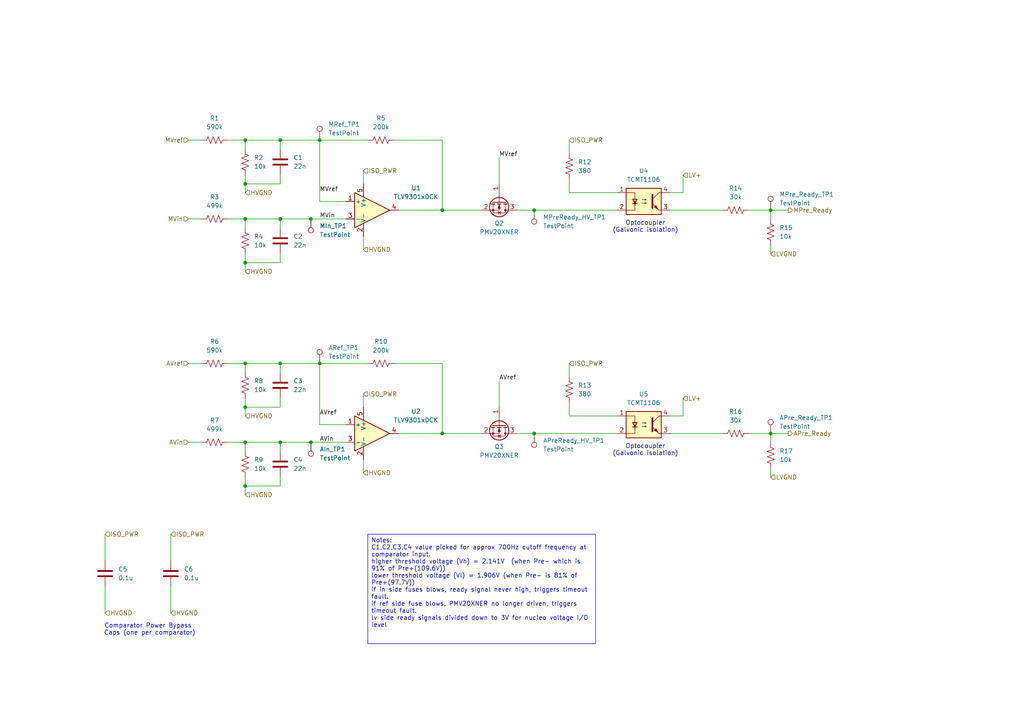
<source format=kicad_sch>
(kicad_sch (version 20250114) (generator "eeschema") (generator_version "9.0")
  (paper "A4")
  (lib_symbols
    (symbol "Amplifier_Operational:TLV9301xDCK" (pin_names (offset 0.127))
      (property "Reference" "U" (at 7.62 2.54 0))
      (property "Value" "TLV9301xDCK" (at 11.43 -2.54 0))
      (symbol "TLV9301xDCK_0_1"
        (polyline (pts (xy -2.54 5.08) (xy -2.54 -5.08) (xy 7.62 0) (xy -2.54 5.08)) (stroke (width 0.254)) (fill (type background)))
      )
      (symbol "TLV9301xDCK_1_1"
        (pin input line (at -5.08 2.54 0) (length 2.54) (name "+") (number "1"))
        (pin input line (at -5.08 -2.54 0) (length 2.54) (name "-") (number "3"))
        (pin power_in line (at 0 7.62 270) (length 3.81) (name "V+") (number "5"))
        (pin power_in line (at 0 -7.62 90) (length 3.81) (name "V-") (number "2"))
        (pin output line (at 10.16 0 180) (length 2.54) (name "~") (number "4"))
      )
    )
    (symbol "Connector:TestPoint" (pin_numbers (hide yes)) (pin_names (offset 0.762) (hide yes))
      (property "Reference" "TP" (at 0 6.858 0))
      (property "Value" "TestPoint" (at 0 5.08 0))
      (symbol "TestPoint_0_1"
        (circle (center 0 3.302) (radius 0.762))
      )
      (symbol "TestPoint_1_1"
        (pin passive line (at 0 0 90) (length 2.54) (name "1") (number "1"))
      )
    )
    (symbol "Device:C" (pin_numbers (hide yes)) (pin_names (offset 0.254))
      (property "Reference" "C" (at 0.635 2.54 0))
      (property "Value" "C" (at 0.635 -2.54 0))
      (symbol "C_0_1"
        (polyline (pts (xy -2.032 0.762) (xy 2.032 0.762)) (stroke (width 0.508)))
        (polyline (pts (xy -2.032 -0.762) (xy 2.032 -0.762)) (stroke (width 0.508)))
      )
      (symbol "C_1_1"
        (pin passive line (at 0 3.81 270) (length 2.794) (name "~") (number "1"))
        (pin passive line (at 0 -3.81 90) (length 2.794) (name "~") (number "2"))
      )
    )
    (symbol "Device:R_US" (pin_numbers (hide yes)) (pin_names (offset 0))
      (property "Reference" "R" (at 2.54 0 90))
      (property "Value" "R_US" (at -2.54 0 90))
      (symbol "R_US_0_1"
        (polyline (pts (xy 0 2.286) (xy 0 2.54)))
        (polyline (pts (xy 0 2.286) (xy 1.016 1.905) (xy 0 1.524) (xy -1.016 1.143) (xy 0 0.762)))
        (polyline (pts (xy 0 0.762) (xy 1.016 0.381) (xy 0 0) (xy -1.016 -0.381) (xy 0 -0.762)))
        (polyline (pts (xy 0 -0.762) (xy 1.016 -1.143) (xy 0 -1.524) (xy -1.016 -1.905) (xy 0 -2.286)))
        (polyline (pts (xy 0 -2.286) (xy 0 -2.54)))
      )
      (symbol "R_US_1_1"
        (pin passive line (at 0 3.81 270) (length 1.27) (name "~") (number "1"))
        (pin passive line (at 0 -3.81 90) (length 1.27) (name "~") (number "2"))
      )
    )
    (symbol "Isolator:TCMT1106" (pin_names (offset 1.016))
      (property "Reference" "U" (at 0 5.08 0))
      (property "Value" "TCMT1106" (at 0 -5.08 0))
      (symbol "TCMT1106_1_1"
        (rectangle (start -5.08 3.81) (end 5.08 -3.81) (stroke (width 0.254)) (fill (type background)))
        (polyline (pts (xy -5.08 2.54) (xy -2.54 2.54) (xy -2.54 -1.27) (xy -2.54 0.635)))
        (polyline (pts (xy -3.175 -0.635) (xy -1.905 -0.635)) (stroke (width 0.254)))
        (polyline (pts (xy -2.54 -0.635) (xy -2.54 -2.54) (xy -5.08 -2.54)))
        (polyline (pts (xy -2.54 -0.635) (xy -3.175 0.635) (xy -1.905 0.635) (xy -2.54 -0.635)) (stroke (width 0.254)))
        (polyline (pts (xy -0.508 0.508) (xy 0.762 0.508) (xy 0.381 0.381) (xy 0.381 0.635) (xy 0.762 0.508)))
        (polyline (pts (xy -0.508 -0.508) (xy 0.762 -0.508) (xy 0.381 -0.635) (xy 0.381 -0.381) (xy 0.762 -0.508)))
        (polyline (pts (xy 2.54 1.905) (xy 2.54 -1.905) (xy 2.54 -1.905)) (stroke (width 0.508)))
        (polyline (pts (xy 2.54 0.635) (xy 4.445 2.54)))
        (polyline (pts (xy 3.048 -1.651) (xy 3.556 -1.143) (xy 4.064 -2.159) (xy 3.048 -1.651) (xy 3.048 -1.651)) (fill (type outline)))
        (polyline (pts (xy 4.445 2.54) (xy 5.08 2.54)))
        (polyline (pts (xy 4.445 -2.54) (xy 2.54 -0.635)) (fill (type outline)))
        (polyline (pts (xy 4.445 -2.54) (xy 5.08 -2.54)))
        (pin passive line (at -7.62 2.54 0) (length 2.54) (name "~") (number "1"))
        (pin passive line (at -7.62 -2.54 0) (length 2.54) (name "~") (number "2"))
        (pin passive line (at 7.62 2.54 180) (length 2.54) (name "~") (number "4"))
        (pin passive line (at 7.62 -2.54 180) (length 2.54) (name "~") (number "3"))
      )
    )
    (symbol "Transistor_FET:IRLML0030" (pin_names (hide yes))
      (property "Reference" "Q" (at 5.08 1.905 0))
      (property "Value" "IRLML0030" (at 5.08 0 0))
      (symbol "IRLML0030_0_1"
        (polyline (pts (xy 0.254 1.905) (xy 0.254 -1.905)) (stroke (width 0.254)))
        (polyline (pts (xy 0.254 0) (xy -2.54 0)))
        (polyline (pts (xy 0.762 2.286) (xy 0.762 1.27)) (stroke (width 0.254)))
        (polyline (pts (xy 0.762 0.508) (xy 0.762 -0.508)) (stroke (width 0.254)))
        (polyline (pts (xy 0.762 -1.27) (xy 0.762 -2.286)) (stroke (width 0.254)))
        (polyline (pts (xy 0.762 -1.778) (xy 3.302 -1.778) (xy 3.302 1.778) (xy 0.762 1.778)))
        (polyline (pts (xy 1.016 0) (xy 2.032 0.381) (xy 2.032 -0.381) (xy 1.016 0)) (fill (type outline)))
        (circle (center 1.651 0) (radius 2.794) (stroke (width 0.254)))
        (polyline (pts (xy 2.54 2.54) (xy 2.54 1.778)))
        (circle (center 2.54 1.778) (radius 0.254) (fill (type outline)))
        (circle (center 2.54 -1.778) (radius 0.254) (fill (type outline)))
        (polyline (pts (xy 2.54 -2.54) (xy 2.54 0) (xy 0.762 0)))
        (polyline (pts (xy 2.794 0.508) (xy 2.921 0.381) (xy 3.683 0.381) (xy 3.81 0.254)))
        (polyline (pts (xy 3.302 0.381) (xy 2.921 -0.254) (xy 3.683 -0.254) (xy 3.302 0.381)))
      )
      (symbol "IRLML0030_1_1"
        (pin input line (at -5.08 0 0) (length 2.54) (name "G") (number "1"))
        (pin passive line (at 2.54 5.08 270) (length 2.54) (name "D") (number "3"))
        (pin passive line (at 2.54 -5.08 90) (length 2.54) (name "S") (number "2"))
      )
    )
  )
  (text "Optocoupler\n(Galvonic isolation)" (at 187.198 130.556 0) (effects (font (size 1.27 1.27))))
  (text "Comparator Power Bypass \nCaps (one per comparator)" (at 43.434 182.626 0) (effects (font (size 1.27 1.27))))
  (text "Optocoupler\n(Galvonic isolation)" (at 187.198 65.786 0) (effects (font (size 1.27 1.27))))
  (text_box "Notes:\nC1,C2,C3,C4 value picked for approx 700Hz cutoff frequency at comparator input.\nhigher threshold voltage (Vh) = 2.141V  (when Pre- which is 91% of Pre+(109.6V))\nlower threshold voltage (Vl) = 1.906V (when Pre- is 81% of Pre+(97.7V))\nif in side fuses blows, ready signal never high, triggers timeout fault.\nif ref side fuse blows, PMV20XNER no longer driven, triggers timeout fault.\nlv side ready signals divided down to 3V for nucleo voltage I/O level" (at 106.68 154.94 0) (size 66.04 31.75) (margins 0.9525 0.9525 0.9525 0.9525) (effects (font (size 1.27 1.27)) (justify left top)))
  (junction (at 81.28 63.5))
  (junction (at 71.12 76.2))
  (junction (at 128.27 125.73))
  (junction (at 71.12 105.41))
  (junction (at 71.12 128.27))
  (junction (at 71.12 53.34))
  (junction (at 90.17 63.5))
  (junction (at 71.12 63.5))
  (junction (at 154.94 60.96))
  (junction (at 81.28 40.64))
  (junction (at 92.71 105.41))
  (junction (at 81.28 128.27))
  (junction (at 223.52 125.73))
  (junction (at 81.28 105.41))
  (junction (at 90.17 128.27))
  (junction (at 71.12 40.64))
  (junction (at 154.94 125.73))
  (junction (at 71.12 140.97))
  (junction (at 71.12 118.11))
  (junction (at 128.27 60.96))
  (junction (at 223.52 60.96))
  (junction (at 92.71 40.64))
  (wire (pts (xy 54.61 63.5) (xy 58.42 63.5)))
  (wire (pts (xy 194.31 120.65) (xy 198.12 120.65)))
  (wire (pts (xy 165.1 120.65) (xy 165.1 116.84)))
  (wire (pts (xy 81.28 115.57) (xy 81.28 118.11)))
  (wire (pts (xy 81.28 118.11) (xy 71.12 118.11)))
  (wire (pts (xy 92.71 105.41) (xy 81.28 105.41)))
  (wire (pts (xy 81.28 138.43) (xy 81.28 140.97)))
  (wire (pts (xy 165.1 105.41) (xy 165.1 109.22)))
  (wire (pts (xy 71.12 140.97) (xy 71.12 143.51)))
  (wire (pts (xy 66.04 128.27) (xy 71.12 128.27)))
  (wire (pts (xy 71.12 50.8) (xy 71.12 53.34)))
  (wire (pts (xy 71.12 105.41) (xy 71.12 107.95)))
  (wire (pts (xy 128.27 105.41) (xy 114.3 105.41)))
  (wire (pts (xy 71.12 40.64) (xy 71.12 43.18)))
  (wire (pts (xy 115.57 125.73) (xy 128.27 125.73)))
  (wire (pts (xy 144.78 45.72) (xy 144.78 53.34)))
  (wire (pts (xy 90.17 63.5) (xy 100.33 63.5)))
  (wire (pts (xy 54.61 128.27) (xy 58.42 128.27)))
  (wire (pts (xy 81.28 128.27) (xy 90.17 128.27)))
  (wire (pts (xy 223.52 60.96) (xy 223.52 63.5)))
  (wire (pts (xy 115.57 60.96) (xy 128.27 60.96)))
  (wire (pts (xy 81.28 63.5) (xy 90.17 63.5)))
  (wire (pts (xy 66.04 40.64) (xy 71.12 40.64)))
  (wire (pts (xy 81.28 66.04) (xy 81.28 63.5)))
  (wire (pts (xy 154.94 60.96) (xy 179.07 60.96)))
  (wire (pts (xy 81.28 63.5) (xy 71.12 63.5)))
  (wire (pts (xy 49.53 170.18) (xy 49.53 177.8)))
  (wire (pts (xy 223.52 125.73) (xy 228.6 125.73)))
  (wire (pts (xy 90.17 128.27) (xy 100.33 128.27)))
  (wire (pts (xy 217.17 125.73) (xy 223.52 125.73)))
  (wire (pts (xy 128.27 40.64) (xy 114.3 40.64)))
  (wire (pts (xy 92.71 40.64) (xy 106.68 40.64)))
  (wire (pts (xy 30.48 154.94) (xy 30.48 162.56)))
  (wire (pts (xy 71.12 128.27) (xy 71.12 130.81)))
  (wire (pts (xy 165.1 55.88) (xy 179.07 55.88)))
  (wire (pts (xy 105.41 114.3) (xy 105.41 118.11)))
  (wire (pts (xy 54.61 105.41) (xy 58.42 105.41)))
  (wire (pts (xy 194.31 125.73) (xy 209.55 125.73)))
  (wire (pts (xy 81.28 76.2) (xy 71.12 76.2)))
  (wire (pts (xy 194.31 55.88) (xy 198.12 55.88)))
  (wire (pts (xy 81.28 50.8) (xy 81.28 53.34)))
  (wire (pts (xy 71.12 40.64) (xy 81.28 40.64)))
  (wire (pts (xy 144.78 110.49) (xy 144.78 118.11)))
  (wire (pts (xy 71.12 105.41) (xy 81.28 105.41)))
  (wire (pts (xy 100.33 123.19) (xy 92.71 123.19)))
  (wire (pts (xy 92.71 105.41) (xy 92.71 123.19)))
  (wire (pts (xy 217.17 60.96) (xy 223.52 60.96)))
  (wire (pts (xy 71.12 138.43) (xy 71.12 140.97)))
  (wire (pts (xy 81.28 43.18) (xy 81.28 40.64)))
  (wire (pts (xy 81.28 128.27) (xy 71.12 128.27)))
  (wire (pts (xy 92.71 40.64) (xy 92.71 58.42)))
  (wire (pts (xy 223.52 135.89) (xy 223.52 138.43)))
  (wire (pts (xy 194.31 60.96) (xy 209.55 60.96)))
  (wire (pts (xy 105.41 133.35) (xy 105.41 137.16)))
  (wire (pts (xy 165.1 55.88) (xy 165.1 52.07)))
  (wire (pts (xy 165.1 40.64) (xy 165.1 44.45)))
  (wire (pts (xy 81.28 140.97) (xy 71.12 140.97)))
  (wire (pts (xy 54.61 40.64) (xy 58.42 40.64)))
  (wire (pts (xy 105.41 68.58) (xy 105.41 72.39)))
  (wire (pts (xy 92.71 40.64) (xy 81.28 40.64)))
  (wire (pts (xy 81.28 130.81) (xy 81.28 128.27)))
  (wire (pts (xy 49.53 154.94) (xy 49.53 162.56)))
  (wire (pts (xy 71.12 63.5) (xy 71.12 66.04)))
  (wire (pts (xy 81.28 73.66) (xy 81.28 76.2)))
  (wire (pts (xy 71.12 118.11) (xy 71.12 120.65)))
  (wire (pts (xy 71.12 76.2) (xy 71.12 78.74)))
  (wire (pts (xy 223.52 125.73) (xy 223.52 128.27)))
  (wire (pts (xy 66.04 63.5) (xy 71.12 63.5)))
  (wire (pts (xy 149.86 125.73) (xy 154.94 125.73)))
  (wire (pts (xy 92.71 105.41) (xy 106.68 105.41)))
  (wire (pts (xy 81.28 107.95) (xy 81.28 105.41)))
  (wire (pts (xy 105.41 49.53) (xy 105.41 53.34)))
  (wire (pts (xy 223.52 71.12) (xy 223.52 73.66)))
  (wire (pts (xy 71.12 115.57) (xy 71.12 118.11)))
  (wire (pts (xy 165.1 120.65) (xy 179.07 120.65)))
  (wire (pts (xy 30.48 170.18) (xy 30.48 177.8)))
  (wire (pts (xy 71.12 73.66) (xy 71.12 76.2)))
  (wire (pts (xy 128.27 60.96) (xy 139.7 60.96)))
  (wire (pts (xy 149.86 60.96) (xy 154.94 60.96)))
  (wire (pts (xy 198.12 50.8) (xy 198.12 55.88)))
  (wire (pts (xy 100.33 58.42) (xy 92.71 58.42)))
  (wire (pts (xy 128.27 125.73) (xy 128.27 105.41)))
  (wire (pts (xy 128.27 125.73) (xy 139.7 125.73)))
  (wire (pts (xy 154.94 125.73) (xy 179.07 125.73)))
  (wire (pts (xy 71.12 53.34) (xy 71.12 55.88)))
  (wire (pts (xy 223.52 60.96) (xy 228.6 60.96)))
  (wire (pts (xy 66.04 105.41) (xy 71.12 105.41)))
  (wire (pts (xy 128.27 60.96) (xy 128.27 40.64)))
  (wire (pts (xy 198.12 115.57) (xy 198.12 120.65)))
  (wire (pts (xy 81.28 53.34) (xy 71.12 53.34)))
  (label "AVref" (at 144.78 110.49 0))
  (label "MVref" (at 144.78 45.72 0))
  (label "MVin" (at 92.71 63.5 0))
  (label "AVin" (at 92.71 128.27 0))
  (label "AVref" (at 92.71 120.65 0))
  (label "MVref" (at 92.71 55.88 0))
  (hierarchical_label "ISO_PWR" (shape input) (at 30.48 154.94 0))
  (hierarchical_label "LVGND" (shape input) (at 223.52 138.43 0))
  (hierarchical_label "HVGND" (shape input) (at 105.41 72.39 0))
  (hierarchical_label "MVin" (shape input) (at 54.61 63.5 180))
  (hierarchical_label "AVin" (shape input) (at 54.61 128.27 180))
  (hierarchical_label "LVGND" (shape input) (at 223.52 73.66 0))
  (hierarchical_label "ISO_PWR" (shape input) (at 165.1 105.41 0))
  (hierarchical_label "HVGND" (shape input) (at 71.12 55.88 0))
  (hierarchical_label "LV+" (shape input) (at 198.12 115.57 0))
  (hierarchical_label "MPre_Ready" (shape output) (at 228.6 60.96 0))
  (hierarchical_label "HVGND" (shape input) (at 49.53 177.8 0))
  (hierarchical_label "HVGND" (shape input) (at 71.12 120.65 0))
  (hierarchical_label "LV+" (shape input) (at 198.12 50.8 0))
  (hierarchical_label "ISO_PWR" (shape input) (at 165.1 40.64 0))
  (hierarchical_label "ISO_PWR" (shape input) (at 105.41 114.3 0))
  (hierarchical_label "HVGND" (shape input) (at 71.12 143.51 0))
  (hierarchical_label "HVGND" (shape input) (at 30.48 177.8 0))
  (hierarchical_label "HVGND" (shape input) (at 71.12 78.74 0))
  (hierarchical_label "ISO_PWR" (shape input) (at 49.53 154.94 0))
  (hierarchical_label "ISO_PWR" (shape input) (at 105.41 49.53 0))
  (hierarchical_label "MVref" (shape input) (at 54.61 40.64 180))
  (hierarchical_label "HVGND" (shape input) (at 105.41 137.16 0))
  (hierarchical_label "APre_Ready" (shape output) (at 228.6 125.73 0))
  (hierarchical_label "AVref" (shape input) (at 54.61 105.41 180))
  (symbol (lib_id "Device:C") (at 81.28 69.85 0) (unit 1)
    (property "Reference" "C2" (at 85.09 68.5799 0) (effects (justify left)))
    (property "Value" "22n" (at 85.09 71.1199 0) (effects (justify left)))
    (property "Description" "Unpolarized capacitor" (effects (hide yes)))
  )
  (symbol (lib_id "Device:R_US") (at 165.1 48.26 180) (unit 1)
    (property "Reference" "R12" (at 167.64 46.9899 0) (effects (justify right)))
    (property "Value" "380" (at 167.64 49.5299 0) (effects (justify right)))
    (property "Footprint" "Resistor_SMD:R_0805_2012Metric" (effects (hide yes)))
    (property "Description" "Resistor, US symbol" (effects (hide yes)))
  )
  (symbol (lib_id "Device:R_US") (at 223.52 132.08 0) (unit 1)
    (property "Reference" "R17" (at 226.06 130.8099 0) (effects (justify left)))
    (property "Value" "10k" (at 226.06 133.3499 0) (effects (justify left)))
    (property "Footprint" "Resistor_SMD:R_0805_2012Metric" (effects (hide yes)))
    (property "Description" "Resistor, US symbol" (effects (hide yes)))
  )
  (symbol (lib_id "Device:R_US") (at 62.23 40.64 90) (unit 1)
    (property "Reference" "R1" (at 62.23 34.29 90))
    (property "Value" "590k" (at 62.23 36.83 90))
    (property "Description" "Resistor, US symbol" (effects (hide yes)))
  )
  (symbol (lib_id "Connector:TestPoint") (at 90.17 128.27 180) (unit 1)
    (property "Reference" "AIn_TP1" (at 92.71 130.3019 0) (effects (justify right)))
    (property "Value" "TestPoint" (at 92.71 132.8419 0) (effects (justify right)))
    (property "Description" "test point" (effects (hide yes)))
  )
  (symbol (lib_id "Device:C") (at 81.28 46.99 0) (unit 1)
    (property "Reference" "C1" (at 85.09 45.7199 0) (effects (justify left)))
    (property "Value" "22n" (at 85.09 48.2599 0) (effects (justify left)))
    (property "Description" "Unpolarized capacitor" (effects (hide yes)))
  )
  (symbol (lib_id "Device:R_US") (at 62.23 128.27 90) (unit 1)
    (property "Reference" "R7" (at 62.23 121.92 90))
    (property "Value" "499k" (at 62.23 124.46 90))
    (property "Description" "Resistor, US symbol" (effects (hide yes)))
  )
  (symbol (lib_id "Connector:TestPoint") (at 154.94 125.73 180) (unit 1)
    (property "Reference" "APreReady_HV_TP1" (at 157.48 127.7619 0) (effects (justify right)))
    (property "Value" "TestPoint" (at 157.48 130.3019 0) (effects (justify right)))
    (property "Description" "test point" (effects (hide yes)))
  )
  (symbol (lib_id "Amplifier_Operational:TLV9301xDCK") (at 105.41 60.96 0) (unit 1)
    (property "Reference" "U1" (at 120.65 54.5398 0))
    (property "Value" "TLV9301xDCK" (at 120.65 57.0798 0))
    (property "Footprint" "Package_TO_SOT_SMD:SOT-353_SC-70-5" (effects (hide yes)))
    (property "Datasheet" "https://www.ti.com/lit/ds/symlink/tlv9301.pdf" (effects (hide yes)))
    (property "Description" "40-V, 1-MHz, RRO Operational Amplifiers for Cost-Sensitive Systems, SC-70" (effects (hide yes)))
  )
  (symbol (lib_id "Connector:TestPoint") (at 223.52 60.96 0) (unit 1)
    (property "Reference" "MPre_Ready_TP1" (at 226.06 56.3879 0) (effects (justify left)))
    (property "Value" "TestPoint" (at 226.06 58.9279 0) (effects (justify left)))
    (property "Footprint" "utsvt-special:TestPoint_HEX_3mmID" (effects (hide yes)))
    (property "Description" "test point" (effects (hide yes)))
  )
  (symbol (lib_id "Device:R_US") (at 110.49 105.41 270) (unit 1)
    (property "Reference" "R10" (at 110.49 99.06 90))
    (property "Value" "200k" (at 110.49 101.6 90))
    (property "Description" "Resistor, US symbol" (effects (hide yes)))
  )
  (symbol (lib_id "Device:C") (at 49.53 166.37 0) (unit 1)
    (property "Reference" "C6" (at 53.34 165.0999 0) (effects (justify left)))
    (property "Value" "0.1u" (at 53.34 167.6399 0) (effects (justify left)))
    (property "Description" "Unpolarized capacitor" (effects (hide yes)))
  )
  (symbol (lib_id "Device:R_US") (at 71.12 134.62 180) (unit 1)
    (property "Reference" "R9" (at 73.66 133.3499 0) (effects (justify right)))
    (property "Value" "10k" (at 73.66 135.8899 0) (effects (justify right)))
    (property "Description" "Resistor, US symbol" (effects (hide yes)))
  )
  (symbol (lib_id "Connector:TestPoint") (at 92.71 105.41 0) (unit 1)
    (property "Reference" "ARef_TP1" (at 95.25 100.8379 0) (effects (justify left)))
    (property "Value" "TestPoint" (at 95.25 103.3779 0) (effects (justify left)))
    (property "Description" "test point" (effects (hide yes)))
  )
  (symbol (lib_id "Device:R_US") (at 213.36 60.96 90) (unit 1)
    (property "Reference" "R14" (at 213.36 54.61 90))
    (property "Value" "30k" (at 213.36 57.15 90))
    (property "Footprint" "Resistor_SMD:R_0805_2012Metric" (effects (hide yes)))
    (property "Description" "Resistor, US symbol" (effects (hide yes)))
  )
  (symbol (lib_id "Device:C") (at 81.28 111.76 0) (unit 1)
    (property "Reference" "C3" (at 85.09 110.4899 0) (effects (justify left)))
    (property "Value" "22n" (at 85.09 113.0299 0) (effects (justify left)))
    (property "Description" "Unpolarized capacitor" (effects (hide yes)))
  )
  (symbol (lib_id "Connector:TestPoint") (at 92.71 40.64 0) (unit 1)
    (property "Reference" "MRef_TP1" (at 95.25 36.0679 0) (effects (justify left)))
    (property "Value" "TestPoint" (at 95.25 38.6079 0) (effects (justify left)))
    (property "Description" "test point" (effects (hide yes)))
  )
  (symbol (lib_id "Isolator:TCMT1106") (at 186.69 123.19 0) (unit 1)
    (property "Reference" "U5" (at 186.69 114.3 0))
    (property "Value" "TCMT1106" (at 186.69 116.84 0))
    (property "Footprint" "Package_SO:SOP-4_4.4x2.6mm_P1.27mm" (effects (hide yes)))
    (property "Datasheet" "https://www.vishay.com/docs/83510/tcmt11.pdf" (effects (hide yes)))
    (property "Description" "Optocoupler, Vce 70V, CTR 100-300%, Viso 3750V (RMS), SOP-4" (effects (hide yes)))
  )
  (symbol (lib_id "Device:R_US") (at 110.49 40.64 270) (unit 1)
    (property "Reference" "R5" (at 110.49 34.29 90))
    (property "Value" "200k" (at 110.49 36.83 90))
    (property "Description" "Resistor, US symbol" (effects (hide yes)))
  )
  (symbol (lib_id "Connector:TestPoint") (at 154.94 60.96 180) (unit 1)
    (property "Reference" "MPreReady_HV_TP1" (at 157.48 62.9919 0) (effects (justify right)))
    (property "Value" "TestPoint" (at 157.48 65.5319 0) (effects (justify right)))
    (property "Description" "test point" (effects (hide yes)))
  )
  (symbol (lib_id "Device:R_US") (at 62.23 105.41 90) (unit 1)
    (property "Reference" "R6" (at 62.23 99.06 90))
    (property "Value" "590k" (at 62.23 101.6 90))
    (property "Description" "Resistor, US symbol" (effects (hide yes)))
  )
  (symbol (lib_id "Device:R_US") (at 71.12 111.76 180) (unit 1)
    (property "Reference" "R8" (at 73.66 110.4899 0) (effects (justify right)))
    (property "Value" "10k" (at 73.66 113.0299 0) (effects (justify right)))
    (property "Description" "Resistor, US symbol" (effects (hide yes)))
  )
  (symbol (lib_id "Device:R_US") (at 213.36 125.73 90) (unit 1)
    (property "Reference" "R16" (at 213.36 119.38 90))
    (property "Value" "30k" (at 213.36 121.92 90))
    (property "Footprint" "Resistor_SMD:R_0805_2012Metric" (effects (hide yes)))
    (property "Description" "Resistor, US symbol" (effects (hide yes)))
  )
  (symbol (lib_id "Device:C") (at 30.48 166.37 0) (unit 1)
    (property "Reference" "C5" (at 34.29 165.0999 0) (effects (justify left)))
    (property "Value" "0.1u" (at 34.29 167.6399 0) (effects (justify left)))
    (property "Description" "Unpolarized capacitor" (effects (hide yes)))
  )
  (symbol (lib_id "Device:C") (at 81.28 134.62 0) (unit 1)
    (property "Reference" "C4" (at 85.09 133.3499 0) (effects (justify left)))
    (property "Value" "22n" (at 85.09 135.8899 0) (effects (justify left)))
    (property "Description" "Unpolarized capacitor" (effects (hide yes)))
  )
  (symbol (lib_id "Device:R_US") (at 71.12 46.99 180) (unit 1)
    (property "Reference" "R2" (at 73.66 45.7199 0) (effects (justify right)))
    (property "Value" "10k" (at 73.66 48.2599 0) (effects (justify right)))
    (property "Description" "Resistor, US symbol" (effects (hide yes)))
  )
  (symbol (lib_id "Amplifier_Operational:TLV9301xDCK") (at 105.41 125.73 0) (unit 1)
    (property "Reference" "U2" (at 120.65 119.3098 0))
    (property "Value" "TLV9301xDCK" (at 120.65 121.8498 0))
    (property "Footprint" "Package_TO_SOT_SMD:SOT-353_SC-70-5" (effects (hide yes)))
    (property "Datasheet" "https://www.ti.com/lit/ds/symlink/tlv9301.pdf" (effects (hide yes)))
    (property "Description" "40-V, 1-MHz, RRO Operational Amplifiers for Cost-Sensitive Systems, SC-70" (effects (hide yes)))
  )
  (symbol (lib_id "Connector:TestPoint") (at 90.17 63.5 180) (unit 1)
    (property "Reference" "MIn_TP1" (at 92.71 65.5319 0) (effects (justify right)))
    (property "Value" "TestPoint" (at 92.71 68.0719 0) (effects (justify right)))
    (property "Description" "test point" (effects (hide yes)))
  )
  (symbol (lib_id "Device:R_US") (at 165.1 113.03 180) (unit 1)
    (property "Reference" "R13" (at 167.64 111.7599 0) (effects (justify right)))
    (property "Value" "380" (at 167.64 114.2999 0) (effects (justify right)))
    (property "Footprint" "Resistor_SMD:R_0805_2012Metric" (effects (hide yes)))
    (property "Description" "Resistor, US symbol" (effects (hide yes)))
  )
  (symbol (lib_id "Device:R_US") (at 62.23 63.5 90) (unit 1)
    (property "Reference" "R3" (at 62.23 57.15 90))
    (property "Value" "499k" (at 62.23 59.69 90))
    (property "Description" "Resistor, US symbol" (effects (hide yes)))
  )
  (symbol (lib_id "Connector:TestPoint") (at 223.52 125.73 0) (unit 1)
    (property "Reference" "APre_Ready_TP1" (at 226.06 121.1579 0) (effects (justify left)))
    (property "Value" "TestPoint" (at 226.06 123.6979 0) (effects (justify left)))
    (property "Footprint" "utsvt-special:TestPoint_HEX_3mmID" (effects (hide yes)))
    (property "Description" "test point" (effects (hide yes)))
  )
  (symbol (lib_id "Device:R_US") (at 71.12 69.85 180) (unit 1)
    (property "Reference" "R4" (at 73.66 68.5799 0) (effects (justify right)))
    (property "Value" "10k" (at 73.66 71.1199 0) (effects (justify right)))
    (property "Description" "Resistor, US symbol" (effects (hide yes)))
  )
  (symbol (lib_id "Transistor_FET:IRLML0030") (at 144.78 58.42 270) (unit 1)
    (property "Reference" "Q2" (at 144.78 64.77 90))
    (property "Value" "PMV20XNER" (at 144.78 67.31 90))
    (property "Footprint" "Package_TO_SOT_SMD:SOT-23" (effects (hide yes)))
    (property "Datasheet" "https://www.infineon.com/dgdl/irlml0030pbf.pdf?fileId=5546d462533600a401535664773825df" (effects (hide yes)))
    (property "Description" "5.3A Id, 30V Vds, 27mOhm Rds, N-Channel HEXFET Power MOSFET, SOT-23" (effects (hide yes)))
  )
  (symbol (lib_id "Isolator:TCMT1106") (at 186.69 58.42 0) (unit 1)
    (property "Reference" "U4" (at 186.69 49.53 0))
    (property "Value" "TCMT1106" (at 186.69 52.07 0))
    (property "Footprint" "Package_SO:SOP-4_4.4x2.6mm_P1.27mm" (effects (hide yes)))
    (property "Datasheet" "https://www.vishay.com/docs/83510/tcmt11.pdf" (effects (hide yes)))
    (property "Description" "Optocoupler, Vce 70V, CTR 100-300%, Viso 3750V (RMS), SOP-4" (effects (hide yes)))
  )
  (symbol (lib_id "Device:R_US") (at 223.52 67.31 0) (unit 1)
    (property "Reference" "R15" (at 226.06 66.0399 0) (effects (justify left)))
    (property "Value" "10k" (at 226.06 68.5799 0) (effects (justify left)))
    (property "Footprint" "Resistor_SMD:R_0805_2012Metric" (effects (hide yes)))
    (property "Description" "Resistor, US symbol" (effects (hide yes)))
  )
  (symbol (lib_id "Transistor_FET:IRLML0030") (at 144.78 123.19 270) (unit 1)
    (property "Reference" "Q3" (at 144.78 129.54 90))
    (property "Value" "PMV20XNER" (at 144.78 132.08 90))
    (property "Footprint" "Package_TO_SOT_SMD:SOT-23" (effects (hide yes)))
    (property "Datasheet" "https://www.infineon.com/dgdl/irlml0030pbf.pdf?fileId=5546d462533600a401535664773825df" (effects (hide yes)))
    (property "Description" "5.3A Id, 30V Vds, 27mOhm Rds, N-Channel HEXFET Power MOSFET, SOT-23" (effects (hide yes)))
  )
)
</source>
